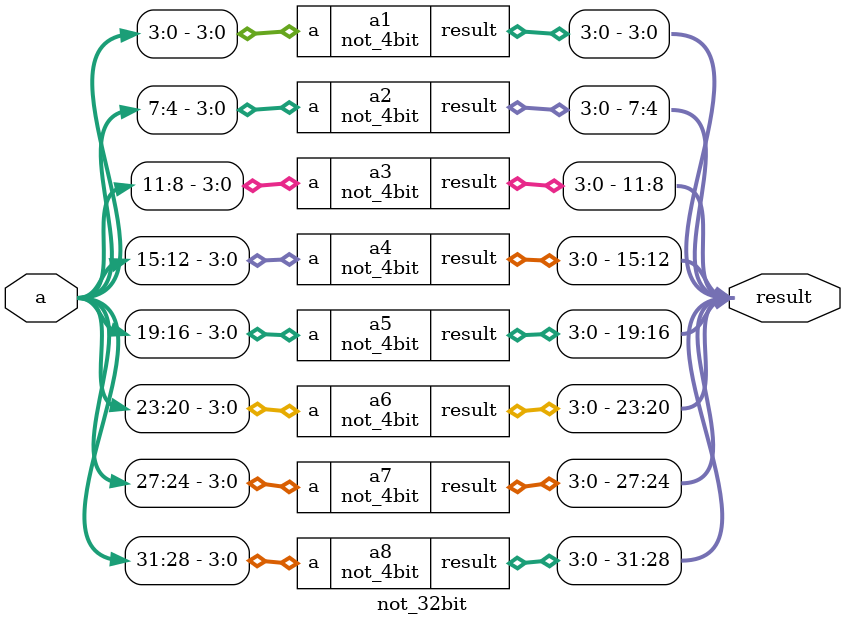
<source format=v>
module alu(
    input [31:0]a,
    input [31:0]b,
    input [2:0] alucontrol,
    output [31:0]result
);
    wire overflow, overflowXnor,overflowXor,notAlucontrol1,cout,beforeZeroExtent;
    wire [31:0] sum,xorAB,andAB,notB,sumInput,temp,zeroExtent;

    xnor overflowXnorFunc(overflowXnor,alucontrol[0],b[31],a[31]);
    xor overflowXorFunc(overflowXor,a[31],sum[31]);
    not notAlucontrol1Func(notAlucontrol1,alucontrol[1]);
    and overflowFunc(overflow,overflowXnor,overflowXor,notAlucontrol1);

    and_32bit andABFunc(andAB,a,b);
    xor_32bit xorABFUNC(xorAB,a,b);
    not_32bit notBFunc(notB,b);

    mux_2x1_32bit sumMux(sumInput,b,notB,alucontrol[0]);
    full_adder_32bit sumFunc(a,sumInput,alucontrol[0],sum,cout);

    xor beforeZeroExtentFunc(beforeZeroExtent,sum[31],overflow);

    zero_extender_32bit zeroExtendFunc(beforeZeroExtent,zeroExtent);

    assign temp = 32'h00000000;

    mux_8x1_32bit mux_8x1(result,sum,sum,andAB,xorAB,temp,zeroExtent,temp,temp,alucontrol);

endmodule

module full_adder(
    input a,
    input b,
    input cin,
    output sum,
    output cout
);
wire XOR1,AND1,AND2;
xor x1(XOR1,a,b);
and a1(AND1,a,b);
and a2(AND2,cin,XOR1);

xor x2(sum,XOR1,cin);
or o1(cout,AND1,AND2);
endmodule


module full_adder_4bit(
    input [3:0] a,
    input [3:0] b,
    input cin,
    output [3:0] sum,
    output cout
);

wire [3:0] carry;

full_adder fa0(a[0], b[0], cin, sum[0], carry[0]);
full_adder fa1(a[1], b[1], carry[0], sum[1], carry[1]);
full_adder fa2(a[2], b[2], carry[1], sum[2], carry[2]);
full_adder fa3(a[3], b[3], carry[2], sum[3], cout);

endmodule



module full_adder_32bit(
    input [31:0] a,
    input [31:0] b,
    input cin,
    output [31:0] sum,
    output cout
);

wire [7:0] cout_internal;

full_adder_4bit fa0(.a(a[3:0]), .b(b[3:0]), .cin(cin), .sum(sum[3:0]), .cout(cout_internal[0]));
full_adder_4bit fa1(.a(a[7:4]), .b(b[7:4]), .cin(cout_internal[0]), .sum(sum[7:4]), .cout(cout_internal[1]));
full_adder_4bit fa2(.a(a[11:8]), .b(b[11:8]), .cin(cout_internal[1]), .sum(sum[11:8]), .cout(cout_internal[2]));
full_adder_4bit fa3(.a(a[15:12]), .b(b[15:12]), .cin(cout_internal[2]), .sum(sum[15:12]), .cout(cout_internal[3]));
full_adder_4bit fa4(.a(a[19:16]), .b(b[19:16]), .cin(cout_internal[3]), .sum(sum[19:16]), .cout(cout_internal[4]));
full_adder_4bit fa5(.a(a[23:20]), .b(b[23:20]), .cin(cout_internal[4]), .sum(sum[23:20]), .cout(cout_internal[5]));
full_adder_4bit fa6(.a(a[27:24]), .b(b[27:24]), .cin(cout_internal[5]), .sum(sum[27:24]), .cout(cout_internal[6]));
full_adder_4bit fa7(.a(a[31:28]), .b(b[31:28]), .cin(cout_internal[6]), .sum(sum[31:28]), .cout(cout_internal[7]));

assign cout = cout_internal[7];

endmodule

module mux_2x1_1bit(out, a, b, select);
    input a, b, select;
    wire and_1, and_2, select_not;
    output out;
    not (select_not, select);
    and (and_1, a, select_not);
    and (and_2, b, select);
    or (out, and_1, and_2);
endmodule

module mux_2x1_4bit(out, a, b, select);
    input [3:0] a, b;
    input select;
    output [3:0] out;

    mux_2x1_1bit mux1(out[0],a[0],b[0],select);
    mux_2x1_1bit mux2(out[1],a[1],b[1],select);
    mux_2x1_1bit mux3(out[2],a[2],b[2],select);
    mux_2x1_1bit mux4(out[3],a[3],b[3],select);
endmodule

module mux_2x1_32bit(out, a, b, select);
    input [31:0] a, b;
    input select;
    output [31:0] out;

    mux_2x1_4bit mux1(out[3:0],a[3:0],b[3:0],select);
    mux_2x1_4bit mux2(out[7:4],a[7:4],b[7:4],select);
    mux_2x1_4bit mux3(out[11:8],a[11:8],b[11:8],select);
    mux_2x1_4bit mux4(out[15:12],a[15:12],b[15:12],select);
    mux_2x1_4bit mux5(out[19:16],a[19:16],b[19:16],select);
    mux_2x1_4bit mux6(out[23:20],a[23:20],b[23:20],select);
    mux_2x1_4bit mux7(out[27:24],a[27:24],b[27:24],select);
    mux_2x1_4bit mux8(out[31:28],a[31:28],b[31:28],select);
endmodule

module mux_4x1_32bit(out, a, b, c, d,select);
    input [31:0] a, b,c,d;
    input [1:0]select;
    output [31:0] out;
    wire [31:0]mux1,mux2;

    mux_2x1_32bit mux1Result(mux1,a,b,select[0]);
    mux_2x1_32bit mux2Result(mux2,c,d,select[0]);

    mux_2x1_32bit result(out,mux1,mux2,select[1]);
endmodule

module mux_8x1_32bit(out, a, b, c, d,e,f,g,h,select);
    input [31:0] a, b,c,d,e,f,g,h;
    input [2:0]select;
    output [31:0] out;
    wire [31:0]mux1,mux2;

    mux_4x1_32bit mux1Result(mux1,a,b,c,d,select[1:0]);
    mux_4x1_32bit mux2Result(mux2,e,f,g,h,select[1:0]);

    mux_2x1_32bit result(out,mux1,mux2,select[2]);
endmodule

module zero_extender_32bit (
    input input_bit,
    output wire [31:0] output_data
);

assign output_data = { {31{1'b0}}, input_bit };

endmodule

module and_4bit(result,a,b);
    input [3:0] a,b;
    output [3:0] result;

    and a1(result[0],a[0],b[0]);
    and a2(result[1],a[1],b[1]);
    and a3(result[2],a[2],b[2]);
    and a4(result[3],a[3],b[3]);
endmodule

module and_32bit(result,a,b);
    input [31:0]a,b;
    output [31:0] result;

    and_4bit a1(result[3:0],a[3:0],b[3:0]);
    and_4bit a2(result[7:4],a[7:4],b[7:4]);
    and_4bit a3(result[11:8],a[11:8],b[11:8]);
    and_4bit a4(result[15:12],a[15:12],b[15:12]);
    and_4bit a5(result[19:16],a[19:16],b[19:16]);
    and_4bit a6(result[23:20],a[23:20],b[23:20]);
    and_4bit a7(result[27:24],a[27:24],b[27:24]);
    and_4bit a8(result[31:28],a[31:28],b[31:28]);
endmodule

module xor_4bit(result,a,b);
    input [3:0] a,b;
    output [3:0] result;

    xor a1(result[0],a[0],b[0]);
    xor a2(result[1],a[1],b[1]);
    xor a3(result[2],a[2],b[2]);
    xor a4(result[3],a[3],b[3]);
endmodule

module xor_32bit(result,a,b);
    input [31:0]a,b;
    output [31:0] result;

    xor_4bit a1(result[3:0],a[3:0],b[3:0]);
    xor_4bit a2(result[7:4],a[7:4],b[7:4]);
    xor_4bit a3(result[11:8],a[11:8],b[11:8]);
    xor_4bit a4(result[15:12],a[15:12],b[15:12]);
    xor_4bit a5(result[19:16],a[19:16],b[19:16]);
    xor_4bit a6(result[23:20],a[23:20],b[23:20]);
    xor_4bit a7(result[27:24],a[27:24],b[27:24]);
    xor_4bit a8(result[31:28],a[31:28],b[31:28]);
endmodule

module not_4bit(result,a);
    input [3:0] a;
    output [3:0] result;

    not a1(result[0],a[0]);
    not a2(result[1],a[1]);
    not a3(result[2],a[2]);
    not a4(result[3],a[3]);
endmodule

module not_32bit(result,a);
    input [31:0]a;
    output [31:0] result;

    not_4bit a1(result[3:0],a[3:0]);
    not_4bit a2(result[7:4],a[7:4]);
    not_4bit a3(result[11:8],a[11:8]);
    not_4bit a4(result[15:12],a[15:12]);
    not_4bit a5(result[19:16],a[19:16]);
    not_4bit a6(result[23:20],a[23:20]);
    not_4bit a7(result[27:24],a[27:24]);
    not_4bit a8(result[31:28],a[31:28]);
endmodule

</source>
